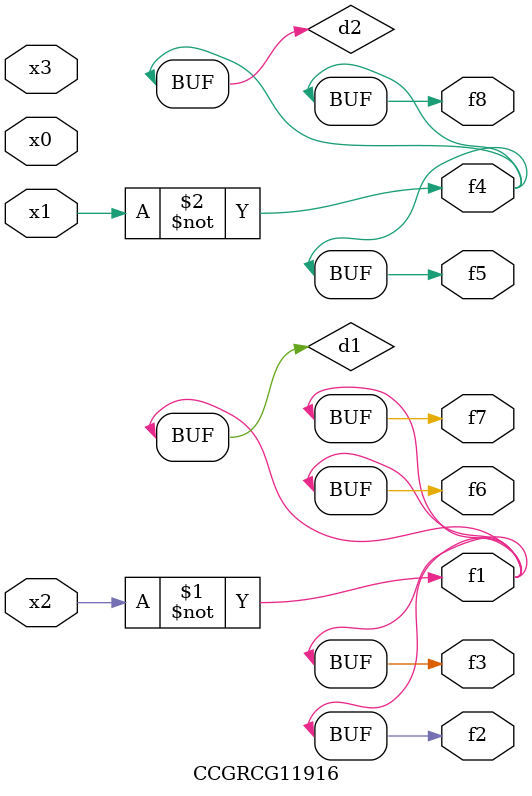
<source format=v>
module CCGRCG11916(
	input x0, x1, x2, x3,
	output f1, f2, f3, f4, f5, f6, f7, f8
);

	wire d1, d2;

	xnor (d1, x2);
	not (d2, x1);
	assign f1 = d1;
	assign f2 = d1;
	assign f3 = d1;
	assign f4 = d2;
	assign f5 = d2;
	assign f6 = d1;
	assign f7 = d1;
	assign f8 = d2;
endmodule

</source>
